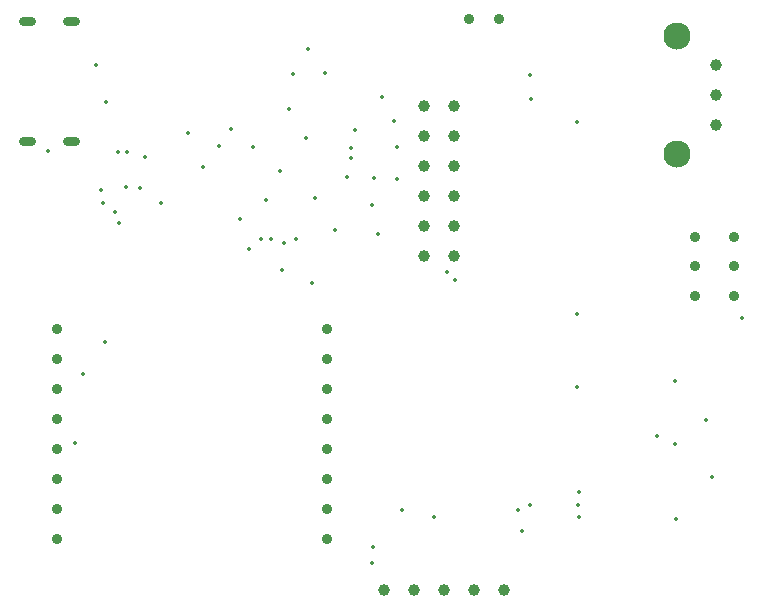
<source format=gbr>
%TF.GenerationSoftware,KiCad,Pcbnew,9.0.4*%
%TF.CreationDate,2025-09-01T15:44:02+02:00*%
%TF.ProjectId,Cours_Univ_2025_v1,436f7572-735f-4556-9e69-765f32303235,rev?*%
%TF.SameCoordinates,PX2faf080PY632ea00*%
%TF.FileFunction,Plated,1,2,PTH,Mixed*%
%TF.FilePolarity,Positive*%
%FSLAX46Y46*%
G04 Gerber Fmt 4.6, Leading zero omitted, Abs format (unit mm)*
G04 Created by KiCad (PCBNEW 9.0.4) date 2025-09-01 15:44:02*
%MOMM*%
%LPD*%
G01*
G04 APERTURE LIST*
%TA.AperFunction,ViaDrill*%
%ADD10C,0.350000*%
%TD*%
G04 aperture for slot hole*
%TA.AperFunction,ComponentDrill*%
%ADD11C,0.800000*%
%TD*%
%TA.AperFunction,ComponentDrill*%
%ADD12C,0.889000*%
%TD*%
%TA.AperFunction,ComponentDrill*%
%ADD13C,0.900000*%
%TD*%
%TA.AperFunction,ComponentDrill*%
%ADD14C,1.000000*%
%TD*%
%TA.AperFunction,ComponentDrill*%
%ADD15C,2.300000*%
%TD*%
G04 APERTURE END LIST*
D10*
X3300000Y39100000D03*
X5600000Y14300000D03*
X6200000Y20200000D03*
X7300000Y46300000D03*
X7800000Y35800000D03*
X7900000Y34650000D03*
X8100000Y22900000D03*
X8200000Y43200000D03*
X8925000Y33900000D03*
X9175220Y39008664D03*
X9250000Y33000000D03*
X9900000Y36000000D03*
X10000000Y38950000D03*
X11100000Y35900000D03*
X11500000Y38550000D03*
X12850000Y34650000D03*
X15131902Y40600000D03*
X16400000Y37700000D03*
X17750000Y39500000D03*
X18800000Y40900000D03*
X19500000Y33300000D03*
X20300000Y30800000D03*
X20600000Y39400000D03*
X21300000Y31575500D03*
X21750000Y34950000D03*
X22150000Y31650000D03*
X22900000Y37350000D03*
X23050000Y28943484D03*
X23300000Y31300000D03*
X23700000Y42625000D03*
X24000000Y45600000D03*
X24300000Y31650000D03*
X25100000Y40200000D03*
X25300000Y47700000D03*
X25600000Y27919990D03*
X25900000Y35100000D03*
X26700000Y45700000D03*
X27600000Y32400000D03*
X28600000Y36850000D03*
X28900000Y39300000D03*
X28900000Y38500000D03*
X29300000Y40800000D03*
X30750000Y4190000D03*
X30750020Y34490000D03*
X30800000Y5500000D03*
X30900000Y36750000D03*
X31200030Y32040000D03*
X31550000Y43625019D03*
X32600000Y41600000D03*
X32800000Y39400000D03*
X32800000Y36650000D03*
X33240000Y8700000D03*
X36000000Y8050000D03*
X37075000Y28775000D03*
X37725000Y28175000D03*
X43050000Y8700000D03*
X43440000Y6890000D03*
X44100000Y45500000D03*
X44100000Y9050000D03*
X44150000Y43500000D03*
X48100000Y41500000D03*
X48100000Y25300000D03*
X48100000Y19050000D03*
X48150000Y9100000D03*
X48250000Y10200000D03*
X48250000Y8050000D03*
X54850000Y14900000D03*
X56350000Y14250000D03*
X56400000Y19600000D03*
X56450000Y7900000D03*
X59000000Y16300000D03*
X59515000Y11490000D03*
X62000000Y24900000D03*
D11*
%TO.C,X1*%
X1150000Y50100000D02*
X1850000Y50100000D01*
X1150000Y39900000D02*
X1850000Y39900000D01*
X4850000Y50100000D02*
X5550000Y50100000D01*
X4850000Y39900000D02*
X5550000Y39900000D01*
D12*
%TO.C,CON1*%
X4000000Y24000000D03*
X4000000Y21460000D03*
X4000000Y18920000D03*
X4000000Y16380000D03*
X4000000Y13840000D03*
X4000000Y11300000D03*
X4000000Y8760000D03*
X4000000Y6220000D03*
X26860000Y24000000D03*
X26860000Y21460000D03*
X26860000Y18920000D03*
X26860000Y16380000D03*
X26860000Y13840000D03*
X26860000Y11300000D03*
X26860000Y8760000D03*
X26860000Y6220000D03*
D13*
%TO.C,D3/PB1*%
X38960000Y50200000D03*
X41500000Y50200000D03*
%TO.C,BOOT0*%
X58050000Y31800000D03*
X58050000Y29300000D03*
X58050000Y26800000D03*
X61350000Y31800000D03*
X61350000Y29300000D03*
X61350000Y26800000D03*
D14*
%TO.C,J1*%
X31750000Y1930000D03*
X34290000Y1930000D03*
%TO.C,J2*%
X35100000Y42900000D03*
X35100000Y40360000D03*
X35100000Y37820000D03*
X35100000Y35280000D03*
X35100000Y32740000D03*
X35100000Y30200000D03*
%TO.C,J1*%
X36830000Y1930000D03*
%TO.C,J2*%
X37640000Y42900000D03*
X37640000Y40360000D03*
X37640000Y37820000D03*
X37640000Y35280000D03*
X37640000Y32740000D03*
X37640000Y30200000D03*
%TO.C,J1*%
X39370000Y1930000D03*
X41910000Y1930000D03*
%TO.C,RV1/PB0*%
X59800000Y46300000D03*
X59800000Y43800000D03*
X59800000Y41300000D03*
D15*
X56500000Y48800000D03*
X56500000Y38800000D03*
M02*

</source>
